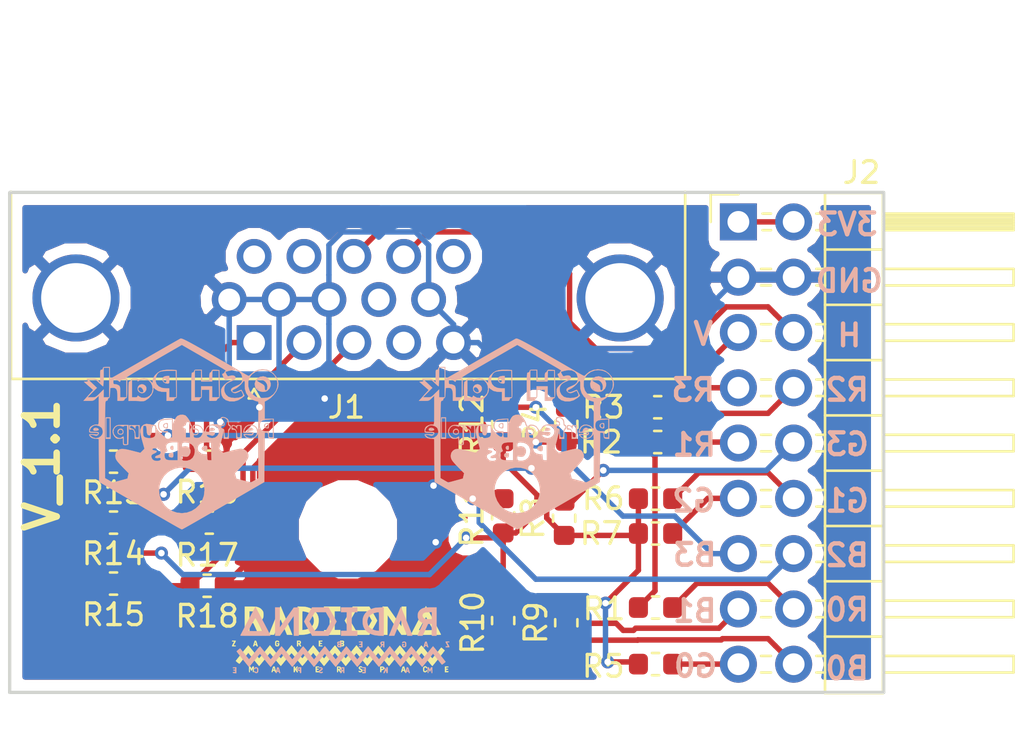
<source format=kicad_pcb>
(kicad_pcb (version 20171130) (host pcbnew 5.0.2+dfsg1-1)
  (layers (0 F.Cu signal) (31 B.Cu signal) (34 B.Paste user) (35 F.Paste user) (36 B.SilkS user) (37 F.SilkS user) (38 B.Mask user) (39 F.Mask user) (44 Edge.Cuts user))
  (net 0 "")
  (net 1 RED)
  (net 2 GREEN)
  (net 3 BLUE)
  (net 4 GND)
  (net 5 HSYNC)
  (net 6 VSYNC)
  (net 7 +3V3)
  (net 8 B3)
  (net 9 B2)
  (net 10 B1)
  (net 11 B0)
  (net 12 G3)
  (net 13 G2)
  (net 14 G1)
  (net 15 G0)
  (net 16 R3)
  (net 17 R2)
  (net 18 R1)
  (net 19 R0)
  (net 20 "Net-(R1-Pad1)")
  (net 21 "Net-(R14-Pad2)")
  (net 22 "Net-(R10-Pad1)")
  (module parts:OSH_10x10 (layer B.Cu) (at 126.38 51.92 180)
    (fp_text reference G*** hide)
    (fp_text value LOGO hide)
  )
  (module parts:radiona-12mm (layer F.Cu) (at 118.31 61.15)
    (fp_text reference G*** hide)
    (fp_text value LOGO hide)
  )
  (module Connector_Dsub:DSUB-15-HD_Female_Horizontal_P2.29x1.98mm_EdgePinOffset3.03mm_Housed_MountingHolesOffset4.94mm (layer F.Cu) (at 114.36 47.53 180)
    (fp_text reference J1 (at -4.24 -2.97 180) (layer F.SilkS))
    (fp_text value DB15_Female_HighDensity)
    (pad 1 thru_hole rect (at 0 0 180) (size 1.6 1.6) (drill 1) (layers *.Cu *.Mask) (net 1 RED))
    (pad 2 thru_hole circle (at -2.29 0 180) (size 1.6 1.6) (drill 1) (layers *.Cu *.Mask) (net 2 GREEN))
    (pad 3 thru_hole circle (at -4.58 0 180) (size 1.6 1.6) (drill 1) (layers *.Cu *.Mask) (net 3 BLUE))
    (pad 4 thru_hole circle (at -6.87 0 180) (size 1.6 1.6) (drill 1) (layers *.Cu *.Mask))
    (pad 5 thru_hole circle (at -9.16 0 180) (size 1.6 1.6) (drill 1) (layers *.Cu *.Mask) (net 4 GND))
    (pad 6 thru_hole circle (at 1.145 1.98 180) (size 1.6 1.6) (drill 1) (layers *.Cu *.Mask) (net 4 GND))
    (pad 7 thru_hole circle (at -1.145 1.98 180) (size 1.6 1.6) (drill 1) (layers *.Cu *.Mask) (net 4 GND))
    (pad 8 thru_hole circle (at -3.435 1.98 180) (size 1.6 1.6) (drill 1) (layers *.Cu *.Mask) (net 4 GND))
    (pad 9 thru_hole circle (at -5.725 1.98 180) (size 1.6 1.6) (drill 1) (layers *.Cu *.Mask))
    (pad 10 thru_hole circle (at -8.015 1.98 180) (size 1.6 1.6) (drill 1) (layers *.Cu *.Mask) (net 4 GND))
    (pad 11 thru_hole circle (at 0 3.96 180) (size 1.6 1.6) (drill 1) (layers *.Cu *.Mask))
    (pad 12 thru_hole circle (at -2.29 3.96 180) (size 1.6 1.6) (drill 1) (layers *.Cu *.Mask))
    (pad 13 thru_hole circle (at -4.58 3.96 180) (size 1.6 1.6) (drill 1) (layers *.Cu *.Mask) (net 5 HSYNC))
    (pad 14 thru_hole circle (at -6.87 3.96 180) (size 1.6 1.6) (drill 1) (layers *.Cu *.Mask) (net 6 VSYNC))
    (pad 15 thru_hole circle (at -9.16 3.96 180) (size 1.6 1.6) (drill 1) (layers *.Cu *.Mask))
    (pad 0 thru_hole circle (at -16.815 2.05 180) (size 4 4) (drill 3.2) (layers *.Cu *.Mask) (net 4 GND))
    (pad 0 thru_hole circle (at 8.185 2.05 180) (size 4 4) (drill 3.2) (layers *.Cu *.Mask) (net 4 GND))
  )
  (module Connector_PinHeader_2.54mm:PinHeader_2x09_P2.54mm_Horizontal (layer F.Cu) (at 136.605001 41.985001)
    (fp_text reference J2 (at 5.655 -2.27) (layer F.SilkS))
    (fp_text value VGA_PMOD)
    (pad 1 thru_hole rect (at 0 0) (size 1.7 1.7) (drill 1) (layers *.Cu *.Mask) (net 7 +3V3))
    (pad 2 thru_hole oval (at 2.54 0) (size 1.7 1.7) (drill 1) (layers *.Cu *.Mask) (net 7 +3V3))
    (pad 3 thru_hole oval (at 0 2.54) (size 1.7 1.7) (drill 1) (layers *.Cu *.Mask) (net 4 GND))
    (pad 4 thru_hole oval (at 2.54 2.54) (size 1.7 1.7) (drill 1) (layers *.Cu *.Mask) (net 4 GND))
    (pad 5 thru_hole oval (at 0 5.08) (size 1.7 1.7) (drill 1) (layers *.Cu *.Mask) (net 6 VSYNC))
    (pad 6 thru_hole oval (at 2.54 5.08) (size 1.7 1.7) (drill 1) (layers *.Cu *.Mask) (net 5 HSYNC))
    (pad 7 thru_hole oval (at 0 7.62) (size 1.7 1.7) (drill 1) (layers *.Cu *.Mask) (net 16 R3))
    (pad 8 thru_hole oval (at 2.54 7.62) (size 1.7 1.7) (drill 1) (layers *.Cu *.Mask) (net 17 R2))
    (pad 9 thru_hole oval (at 0 10.16) (size 1.7 1.7) (drill 1) (layers *.Cu *.Mask) (net 18 R1))
    (pad 10 thru_hole oval (at 2.54 10.16) (size 1.7 1.7) (drill 1) (layers *.Cu *.Mask) (net 12 G3))
    (pad 11 thru_hole oval (at 0 12.7) (size 1.7 1.7) (drill 1) (layers *.Cu *.Mask) (net 13 G2))
    (pad 12 thru_hole oval (at 2.54 12.7) (size 1.7 1.7) (drill 1) (layers *.Cu *.Mask) (net 14 G1))
    (pad 13 thru_hole oval (at 0 15.24) (size 1.7 1.7) (drill 1) (layers *.Cu *.Mask) (net 8 B3))
    (pad 14 thru_hole oval (at 2.54 15.24) (size 1.7 1.7) (drill 1) (layers *.Cu *.Mask) (net 9 B2))
    (pad 15 thru_hole oval (at 0 17.78) (size 1.7 1.7) (drill 1) (layers *.Cu *.Mask) (net 10 B1))
    (pad 16 thru_hole oval (at 2.54 17.78) (size 1.7 1.7) (drill 1) (layers *.Cu *.Mask) (net 19 R0))
    (pad 17 thru_hole oval (at 0 20.32) (size 1.7 1.7) (drill 1) (layers *.Cu *.Mask) (net 15 G0))
    (pad 18 thru_hole oval (at 2.54 20.32) (size 1.7 1.7) (drill 1) (layers *.Cu *.Mask) (net 11 B0))
  )
  (module Resistor_SMD:R_0603_1608Metric (layer F.Cu) (at 132.8 59.7)
    (fp_text reference R1 (at -2.37 0.06) (layer F.SilkS))
    (fp_text value 1K1)
    (pad 2 smd roundrect (at 0.7875 0) (size 0.875 0.95) (layers F.Cu F.Paste F.Mask) (net 19 R0))
    (pad 1 smd roundrect (at -0.7875 0) (size 0.875 0.95) (layers F.Cu F.Paste F.Mask) (net 20 "Net-(R1-Pad1)"))
  )
  (module Resistor_SMD:R_0603_1608Metric (layer F.Cu) (at 132.9 52.1)
    (fp_text reference R2 (at -2.6 0) (layer F.SilkS))
    (fp_text value 549R)
    (pad 1 smd roundrect (at -0.7875 0) (size 0.875 0.95) (layers F.Cu F.Paste F.Mask) (net 20 "Net-(R1-Pad1)"))
    (pad 2 smd roundrect (at 0.7875 0) (size 0.875 0.95) (layers F.Cu F.Paste F.Mask) (net 18 R1))
  )
  (module Resistor_SMD:R_0603_1608Metric (layer F.Cu) (at 132.9 50.5)
    (fp_text reference R3 (at -2.5 0) (layer F.SilkS))
    (fp_text value 270R)
    (pad 2 smd roundrect (at 0.7875 0) (size 0.875 0.95) (layers F.Cu F.Paste F.Mask) (net 17 R2))
    (pad 1 smd roundrect (at -0.7875 0) (size 0.875 0.95) (layers F.Cu F.Paste F.Mask) (net 20 "Net-(R1-Pad1)"))
  )
  (module Resistor_SMD:R_0603_1608Metric (layer F.Cu) (at 128.7 51.2875 90)
    (fp_text reference R4 (at 0 -1.43 90) (layer F.SilkS))
    (fp_text value 130R)
    (pad 1 smd roundrect (at -0.7875 0 90) (size 0.875 0.95) (layers F.Cu F.Paste F.Mask) (net 20 "Net-(R1-Pad1)"))
    (pad 2 smd roundrect (at 0.7875 0 90) (size 0.875 0.95) (layers F.Cu F.Paste F.Mask) (net 16 R3))
  )
  (module Resistor_SMD:R_0603_1608Metric (layer F.Cu) (at 132.8 62.3)
    (fp_text reference R5 (at -2.4 0.1) (layer F.SilkS))
    (fp_text value 1K1)
    (pad 2 smd roundrect (at 0.7875 0) (size 0.875 0.95) (layers F.Cu F.Paste F.Mask) (net 15 G0))
    (pad 1 smd roundrect (at -0.7875 0) (size 0.875 0.95) (layers F.Cu F.Paste F.Mask) (net 21 "Net-(R14-Pad2)"))
  )
  (module Resistor_SMD:R_0603_1608Metric (layer F.Cu) (at 132.8 54.7)
    (fp_text reference R6 (at -2.4 0) (layer F.SilkS))
    (fp_text value 549R)
    (pad 1 smd roundrect (at -0.7875 0) (size 0.875 0.95) (layers F.Cu F.Paste F.Mask) (net 21 "Net-(R14-Pad2)"))
    (pad 2 smd roundrect (at 0.7875 0) (size 0.875 0.95) (layers F.Cu F.Paste F.Mask) (net 14 G1))
  )
  (module Resistor_SMD:R_0603_1608Metric (layer F.Cu) (at 132.8 56.3)
    (fp_text reference R7 (at -2.5 0) (layer F.SilkS))
    (fp_text value 270R)
    (pad 2 smd roundrect (at 0.7875 0) (size 0.875 0.95) (layers F.Cu F.Paste F.Mask) (net 13 G2))
    (pad 1 smd roundrect (at -0.7875 0) (size 0.875 0.95) (layers F.Cu F.Paste F.Mask) (net 21 "Net-(R14-Pad2)"))
  )
  (module Resistor_SMD:R_0603_1608Metric (layer F.Cu) (at 128.6 55.6 90)
    (fp_text reference R8 (at 0 -1.43 90) (layer F.SilkS))
    (fp_text value 130R)
    (pad 1 smd roundrect (at -0.7875 0 90) (size 0.875 0.95) (layers F.Cu F.Paste F.Mask) (net 21 "Net-(R14-Pad2)"))
    (pad 2 smd roundrect (at 0.7875 0 90) (size 0.875 0.95) (layers F.Cu F.Paste F.Mask) (net 12 G3))
  )
  (module Resistor_SMD:R_0603_1608Metric (layer F.Cu) (at 128.7 60.4 270)
    (fp_text reference R9 (at 0 1.4 270) (layer F.SilkS))
    (fp_text value 1K1)
    (pad 1 smd roundrect (at -0.7875 0 270) (size 0.875 0.95) (layers F.Cu F.Paste F.Mask) (net 22 "Net-(R10-Pad1)"))
    (pad 2 smd roundrect (at 0.7875 0 270) (size 0.875 0.95) (layers F.Cu F.Paste F.Mask) (net 11 B0))
  )
  (module Resistor_SMD:R_0603_1608Metric (layer F.Cu) (at 125.8 60.3 270)
    (fp_text reference R10 (at 0.1 1.4 270) (layer F.SilkS))
    (fp_text value 549R)
    (pad 2 smd roundrect (at 0.7875 0 270) (size 0.875 0.95) (layers F.Cu F.Paste F.Mask) (net 10 B1))
    (pad 1 smd roundrect (at -0.7875 0 270) (size 0.875 0.95) (layers F.Cu F.Paste F.Mask) (net 22 "Net-(R10-Pad1)"))
  )
  (module Resistor_SMD:R_0603_1608Metric (layer F.Cu) (at 125.8 55.4875 90)
    (fp_text reference R11 (at 0 -1.43 90) (layer F.SilkS))
    (fp_text value 270R)
    (pad 1 smd roundrect (at -0.7875 0 90) (size 0.875 0.95) (layers F.Cu F.Paste F.Mask) (net 22 "Net-(R10-Pad1)"))
    (pad 2 smd roundrect (at 0.7875 0 90) (size 0.875 0.95) (layers F.Cu F.Paste F.Mask) (net 9 B2))
  )
  (module Resistor_SMD:R_0603_1608Metric (layer F.Cu) (at 125.8 51.3 90)
    (fp_text reference R12 (at 0 -1.43 90) (layer F.SilkS))
    (fp_text value 130R)
    (pad 2 smd roundrect (at 0.7875 0 90) (size 0.875 0.95) (layers F.Cu F.Paste F.Mask) (net 8 B3))
    (pad 1 smd roundrect (at -0.7875 0 90) (size 0.875 0.95) (layers F.Cu F.Paste F.Mask) (net 22 "Net-(R10-Pad1)"))
  )
  (module Resistor_SMD:R_0603_1608Metric (layer F.Cu) (at 107.9 53 180)
    (fp_text reference R13 (at 0 -1.43 180) (layer F.SilkS))
    (fp_text value 330R)
    (pad 1 smd roundrect (at -0.7875 0 180) (size 0.875 0.95) (layers F.Cu F.Paste F.Mask) (net 1 RED))
    (pad 2 smd roundrect (at 0.7875 0 180) (size 0.875 0.95) (layers F.Cu F.Paste F.Mask) (net 20 "Net-(R1-Pad1)"))
  )
  (module Resistor_SMD:R_0603_1608Metric (layer F.Cu) (at 107.9 55.8 180)
    (fp_text reference R14 (at 0 -1.43 180) (layer F.SilkS))
    (fp_text value 330R)
    (pad 1 smd roundrect (at -0.7875 0 180) (size 0.875 0.95) (layers F.Cu F.Paste F.Mask) (net 2 GREEN))
    (pad 2 smd roundrect (at 0.7875 0 180) (size 0.875 0.95) (layers F.Cu F.Paste F.Mask) (net 21 "Net-(R14-Pad2)"))
  )
  (module Resistor_SMD:R_0603_1608Metric (layer F.Cu) (at 107.9 58.6 180)
    (fp_text reference R15 (at 0 -1.43 180) (layer F.SilkS))
    (fp_text value 330R)
    (pad 1 smd roundrect (at -0.7875 0 180) (size 0.875 0.95) (layers F.Cu F.Paste F.Mask) (net 3 BLUE))
    (pad 2 smd roundrect (at 0.7875 0 180) (size 0.875 0.95) (layers F.Cu F.Paste F.Mask) (net 22 "Net-(R10-Pad1)"))
  )
  (module Resistor_SMD:R_0603_1608Metric (layer F.Cu) (at 112.3 53)
    (fp_text reference R16 (at -0.1 1.4) (layer F.SilkS))
    (fp_text value 91R)
    (pad 2 smd roundrect (at 0.7875 0) (size 0.875 0.95) (layers F.Cu F.Paste F.Mask) (net 4 GND))
    (pad 1 smd roundrect (at -0.7875 0) (size 0.875 0.95) (layers F.Cu F.Paste F.Mask) (net 1 RED))
  )
  (module Resistor_SMD:R_0603_1608Metric (layer F.Cu) (at 112.3 55.8)
    (fp_text reference R17 (at -0.1 1.5) (layer F.SilkS))
    (fp_text value 91R)
    (pad 2 smd roundrect (at 0.7875 0) (size 0.875 0.95) (layers F.Cu F.Paste F.Mask) (net 4 GND))
    (pad 1 smd roundrect (at -0.7875 0) (size 0.875 0.95) (layers F.Cu F.Paste F.Mask) (net 2 GREEN))
  )
  (module Resistor_SMD:R_0603_1608Metric (layer F.Cu) (at 112.2 58.7)
    (fp_text reference R18 (at 0 1.4) (layer F.SilkS))
    (fp_text value 91R)
    (pad 2 smd roundrect (at 0.7875 0) (size 0.875 0.95) (layers F.Cu F.Paste F.Mask) (net 4 GND))
    (pad 1 smd roundrect (at -0.7875 0) (size 0.875 0.95) (layers F.Cu F.Paste F.Mask) (net 3 BLUE))
  )
  (module MountingHole:MountingHole_3.5mm (layer F.Cu) (at 118.67 56.11)
    (fp_text reference H1 hide)
    (fp_text value MountingHole hide)
    (pad 1 np_thru_hole circle (at 0 0) (size 3.5 3.5) (drill 3.5) (layers *.Cu *.Mask))
  )
  (module parts:OSH_10x10 (layer B.Cu) (at 110.97 51.92 180)
    (fp_text reference G*** hide)
    (fp_text value LOGO hide)
  )
  (module parts:radiona-12mm (layer B.Cu) (at 118.36 61.19 180)
    (fp_text reference G*** hide)
    (fp_text value LOGO hide)
  )
  (gr_text V_1.1 (at 104.61 53.16 90) (layer F.SilkS) (effects (font (size 1.5 1.5) (thickness 0.3))))
  (gr_text G0 (at 134.64 62.39) (layer B.SilkS) (effects (font (size 1 1) (thickness 0.2)) (justify mirror)))
  (gr_text B1 (at 134.6 59.86) (layer B.SilkS) (effects (font (size 1 1) (thickness 0.2)) (justify mirror)))
  (gr_text B3 (at 134.6 57.28) (layer B.SilkS) (effects (font (size 1 1) (thickness 0.2)) (justify mirror)))
  (gr_text G2 (at 134.56 54.79) (layer B.SilkS) (effects (font (size 1 1) (thickness 0.2)) (justify mirror)))
  (gr_text R1 (at 134.58 52.23) (layer B.SilkS) (effects (font (size 1 1) (thickness 0.2)) (justify mirror)))
  (gr_text R3 (at 134.53 49.71) (layer B.SilkS) (effects (font (size 1 1) (thickness 0.2)) (justify mirror)))
  (gr_text V (at 134.99 47.13) (layer B.SilkS) (effects (font (size 1 1) (thickness 0.2)) (justify mirror)))
  (gr_text B0 (at 141.6 62.5) (layer B.SilkS) (effects (font (size 1 1) (thickness 0.2)) (justify mirror)))
  (gr_text R0 (at 141.6 59.8) (layer B.SilkS) (effects (font (size 1 1) (thickness 0.2)) (justify mirror)))
  (gr_text B2 (at 141.6 57.3) (layer B.SilkS) (effects (font (size 1 1) (thickness 0.2)) (justify mirror)))
  (gr_text G1 (at 141.6 54.8) (layer B.SilkS) (effects (font (size 1 1) (thickness 0.2)) (justify mirror)))
  (gr_text G3 (at 141.6 52.2) (layer B.SilkS) (effects (font (size 1 1) (thickness 0.2)) (justify mirror)))
  (gr_text R2 (at 141.6 49.7) (layer B.SilkS) (effects (font (size 1 1) (thickness 0.2)) (justify mirror)))
  (gr_text H (at 141.7 47.2) (layer B.SilkS) (effects (font (size 1 1) (thickness 0.2)) (justify mirror)))
  (gr_text GND (at 141.7 44.7) (layer B.SilkS) (effects (font (size 1 1) (thickness 0.2)) (justify mirror)))
  (gr_text 3V3 (at 141.6 42.1) (layer B.SilkS) (effects (font (size 1 1) (thickness 0.2)) (justify mirror)))
  (gr_line (start 103.19 40.63) (end 103.13 40.69) (layer Edge.Cuts) (width 0.15))
  (gr_line (start 103.13 63.6) (end 103.13 40.65) (layer Edge.Cuts) (width 0.15))
  (gr_line (start 143.28 63.6) (end 103.13 63.6) (layer Edge.Cuts) (width 0.15))
  (gr_line (start 143.28 40.63) (end 143.28 63.6) (layer Edge.Cuts) (width 0.15))
  (gr_line (start 143.24 40.63) (end 103.14 40.63) (layer Edge.Cuts) (width 0.15))
  (segment (start 110.975 53) (end 108.6875 53) (width 0.25) (layer F.Cu) (net 1))
  (segment (start 111.5125 53) (end 110.975 53) (width 0.25) (layer F.Cu) (net 1))
  (segment (start 111.5125 49.3275) (end 111.5125 52.425) (width 0.25) (layer F.Cu) (net 1))
  (segment (start 113.31 47.53) (end 111.5125 49.3275) (width 0.25) (layer F.Cu) (net 1))
  (segment (start 114.36 47.53) (end 113.31 47.53) (width 0.25) (layer F.Cu) (net 1))
  (segment (start 111.5125 52.425) (end 111.5125 53) (width 0.25) (layer F.Cu) (net 1))
  (segment (start 110.975 55.8) (end 108.6875 55.8) (width 0.25) (layer F.Cu) (net 2))
  (segment (start 111.5125 55.8) (end 110.975 55.8) (width 0.25) (layer F.Cu) (net 2))
  (segment (start 112.499999 50.549989) (end 112.174999 50.874989) (width 0.25) (layer F.Cu) (net 2))
  (segment (start 112.174999 52.368525) (end 112.32499 52.518516) (width 0.25) (layer F.Cu) (net 2))
  (segment (start 112.32499 52.518516) (end 112.32499 54.98751) (width 0.25) (layer F.Cu) (net 2))
  (segment (start 111.974112 55.338388) (end 111.5125 55.8) (width 0.25) (layer F.Cu) (net 2))
  (segment (start 112.32499 54.98751) (end 111.974112 55.338388) (width 0.25) (layer F.Cu) (net 2))
  (segment (start 112.174999 50.874989) (end 112.174999 52.368525) (width 0.25) (layer F.Cu) (net 2))
  (segment (start 113.630011 50.549989) (end 112.499999 50.549989) (width 0.25) (layer F.Cu) (net 2))
  (segment (start 116.65 47.53) (end 113.630011 50.549989) (width 0.25) (layer F.Cu) (net 2))
  (segment (start 108.7875 58.7) (end 108.6875 58.6) (width 0.25) (layer F.Cu) (net 3))
  (segment (start 111.4125 58.7) (end 108.7875 58.7) (width 0.25) (layer F.Cu) (net 3))
  (segment (start 113.85001 56.281484) (end 111.893106 58.238388) (width 0.25) (layer F.Cu) (net 3))
  (segment (start 111.874112 58.238388) (end 111.4125 58.7) (width 0.25) (layer F.Cu) (net 3))
  (segment (start 113.85001 52.61999) (end 113.85001 56.281484) (width 0.25) (layer F.Cu) (net 3))
  (segment (start 118.94 47.53) (end 113.85001 52.61999) (width 0.25) (layer F.Cu) (net 3))
  (segment (start 111.893106 58.238388) (end 111.874112 58.238388) (width 0.25) (layer F.Cu) (net 3))
  (segment (start 137.94292 44.525001) (end 136.605001 44.525001) (width 0.25) (layer B.Cu) (net 4))
  (segment (start 139.145001 44.525001) (end 137.94292 44.525001) (width 0.25) (layer B.Cu) (net 4))
  (segment (start 135.755002 45.375) (end 136.605001 44.525001) (width 0.25) (layer B.Cu) (net 4))
  (segment (start 124.65137 47.53) (end 124.926371 47.805001) (width 0.25) (layer B.Cu) (net 4))
  (segment (start 133.325001 47.805001) (end 135.755002 45.375) (width 0.25) (layer B.Cu) (net 4))
  (segment (start 124.926371 47.805001) (end 133.325001 47.805001) (width 0.25) (layer B.Cu) (net 4))
  (segment (start 123.52 47.53) (end 124.65137 47.53) (width 0.25) (layer B.Cu) (net 4))
  (segment (start 123.52 46.695) (end 122.375 45.55) (width 0.25) (layer B.Cu) (net 4))
  (segment (start 123.52 47.53) (end 123.52 46.695) (width 0.25) (layer B.Cu) (net 4))
  (segment (start 117.795 44.41863) (end 117.795 45.55) (width 0.25) (layer B.Cu) (net 4))
  (segment (start 117.795 43.049998) (end 117.795 44.41863) (width 0.25) (layer B.Cu) (net 4))
  (segment (start 118.399999 42.444999) (end 117.795 43.049998) (width 0.25) (layer B.Cu) (net 4))
  (segment (start 121.770001 42.444999) (end 118.399999 42.444999) (width 0.25) (layer B.Cu) (net 4))
  (segment (start 122.375 43.049998) (end 121.770001 42.444999) (width 0.25) (layer B.Cu) (net 4))
  (segment (start 122.375 45.55) (end 122.375 43.049998) (width 0.25) (layer B.Cu) (net 4))
  (segment (start 117.795 45.55) (end 115.505 45.55) (width 0.25) (layer B.Cu) (net 4))
  (segment (start 115.505 45.55) (end 113.215 45.55) (width 0.25) (layer B.Cu) (net 4))
  (via (at 114.6 50.5) (size 0.6) (drill 0.3) (layers F.Cu B.Cu) (net 4))
  (segment (start 113.0875 52.0125) (end 114.6 50.5) (width 0.25) (layer F.Cu) (net 4))
  (segment (start 113.0875 55.8) (end 113.0875 52.0125) (width 0.25) (layer F.Cu) (net 4))
  (segment (start 115.505 49.595) (end 115.505 45.55) (width 0.25) (layer B.Cu) (net 4))
  (segment (start 114.6 50.5) (end 115.505 49.595) (width 0.25) (layer B.Cu) (net 4))
  (segment (start 114.300021 57.387479) (end 114.300021 53.299979) (width 0.25) (layer F.Cu) (net 4))
  (segment (start 112.9875 58.7) (end 114.300021 57.387479) (width 0.25) (layer F.Cu) (net 4))
  (via (at 117.6 50.1) (size 0.6) (drill 0.3) (layers F.Cu B.Cu) (net 4))
  (segment (start 114.300021 53.299979) (end 117.5 50.1) (width 0.25) (layer F.Cu) (net 4))
  (segment (start 117.5 50.1) (end 117.6 50.1) (width 0.25) (layer F.Cu) (net 4))
  (segment (start 117.795 46.68137) (end 117.795 45.55) (width 0.25) (layer B.Cu) (net 4))
  (segment (start 117.795 49.480736) (end 117.795 46.68137) (width 0.25) (layer B.Cu) (net 4))
  (segment (start 117.6 49.675736) (end 117.795 49.480736) (width 0.25) (layer B.Cu) (net 4))
  (segment (start 117.6 50.1) (end 117.6 49.675736) (width 0.25) (layer B.Cu) (net 4))
  (segment (start 113.0875 53) (end 113.0875 51.46249) (width 0.25) (layer F.Cu) (net 4))
  (via (at 112.8 51.17499) (size 0.6) (drill 0.3) (layers F.Cu B.Cu) (net 4))
  (segment (start 113.215 45.55) (end 113.215 50.75999) (width 0.25) (layer B.Cu) (net 4))
  (segment (start 113.099999 50.874991) (end 112.8 51.17499) (width 0.25) (layer B.Cu) (net 4))
  (segment (start 113.0875 51.46249) (end 112.8 51.17499) (width 0.25) (layer F.Cu) (net 4))
  (segment (start 113.215 50.75999) (end 113.099999 50.874991) (width 0.25) (layer B.Cu) (net 4))
  (via (at 122.6 54.1) (size 0.6) (drill 0.3) (layers F.Cu B.Cu) (net 4))
  (via (at 122.7 56.7) (size 0.6) (drill 0.3) (layers F.Cu B.Cu) (net 4))
  (segment (start 138.295002 46.215002) (end 139.145001 47.065001) (width 0.25) (layer F.Cu) (net 5))
  (segment (start 137.97 45.89) (end 138.295002 46.215002) (width 0.25) (layer F.Cu) (net 5))
  (segment (start 136.041 45.89) (end 137.97 45.89) (width 0.25) (layer F.Cu) (net 5))
  (segment (start 134.125999 47.805001) (end 136.041 45.89) (width 0.25) (layer F.Cu) (net 5))
  (segment (start 130.058999 47.805001) (end 134.125999 47.805001) (width 0.25) (layer F.Cu) (net 5))
  (segment (start 128.849999 46.596001) (end 130.058999 47.805001) (width 0.25) (layer F.Cu) (net 5))
  (segment (start 128.849999 44.363999) (end 128.849999 46.596001) (width 0.25) (layer F.Cu) (net 5))
  (segment (start 126.186 41.7) (end 128.849999 44.363999) (width 0.25) (layer F.Cu) (net 5))
  (segment (start 120.81 41.7) (end 126.186 41.7) (width 0.25) (layer F.Cu) (net 5))
  (segment (start 118.94 43.57) (end 120.81 41.7) (width 0.25) (layer F.Cu) (net 5))
  (segment (start 122.355001 42.444999) (end 124.698997 42.444999) (width 0.25) (layer F.Cu) (net 6))
  (segment (start 121.23 43.57) (end 122.355001 42.444999) (width 0.25) (layer F.Cu) (net 6))
  (segment (start 124.698997 42.444999) (end 128.399988 46.14599) (width 0.25) (layer F.Cu) (net 6))
  (segment (start 128.399988 46.14599) (end 128.399988 46.782401) (width 0.25) (layer F.Cu) (net 6))
  (segment (start 135.41499 48.255012) (end 135.755002 47.915) (width 0.25) (layer F.Cu) (net 6))
  (segment (start 129.872599 48.255012) (end 135.41499 48.255012) (width 0.25) (layer F.Cu) (net 6))
  (segment (start 135.755002 47.915) (end 136.605001 47.065001) (width 0.25) (layer F.Cu) (net 6))
  (segment (start 128.399988 46.782401) (end 129.872599 48.255012) (width 0.25) (layer F.Cu) (net 6))
  (segment (start 139.145001 41.985001) (end 136.605001 41.985001) (width 0.25) (layer F.Cu) (net 7))
  (segment (start 135.40292 57.225001) (end 133.677919 55.5) (width 0.25) (layer B.Cu) (net 8))
  (segment (start 136.605001 57.225001) (end 135.40292 57.225001) (width 0.25) (layer B.Cu) (net 8))
  (segment (start 133.677919 55.5) (end 131.3 55.5) (width 0.25) (layer B.Cu) (net 8))
  (segment (start 131.3 55.5) (end 128.6 52.8) (width 0.25) (layer B.Cu) (net 8))
  (via (at 127.3 50.5) (size 0.6) (drill 0.3) (layers F.Cu B.Cu) (net 8))
  (segment (start 128.6 52.8) (end 128.6 51.8) (width 0.25) (layer B.Cu) (net 8))
  (segment (start 128.6 51.8) (end 127.3 50.5) (width 0.25) (layer B.Cu) (net 8))
  (segment (start 125.8125 50.5) (end 125.8 50.5125) (width 0.25) (layer F.Cu) (net 8))
  (segment (start 127.3 50.5) (end 125.8125 50.5) (width 0.25) (layer F.Cu) (net 8))
  (via (at 124.4 54.7) (size 0.6) (drill 0.3) (layers F.Cu B.Cu) (net 9))
  (segment (start 125.8 54.7) (end 124.4 54.7) (width 0.25) (layer F.Cu) (net 9))
  (segment (start 124.699999 54.999999) (end 124.699999 55.799999) (width 0.25) (layer B.Cu) (net 9))
  (segment (start 124.4 54.7) (end 124.699999 54.999999) (width 0.25) (layer B.Cu) (net 9))
  (segment (start 138.295002 58.075) (end 139.145001 57.225001) (width 0.25) (layer B.Cu) (net 9))
  (segment (start 137.97 58.400002) (end 138.295002 58.075) (width 0.25) (layer B.Cu) (net 9))
  (segment (start 127.300002 58.400002) (end 137.97 58.400002) (width 0.25) (layer B.Cu) (net 9))
  (segment (start 124.699999 55.799999) (end 127.300002 58.400002) (width 0.25) (layer B.Cu) (net 9))
  (segment (start 126.46251 60.42499) (end 130.98858 60.42499) (width 0.25) (layer F.Cu) (net 10))
  (segment (start 131.313599 60.750009) (end 131.786401 60.750009) (width 0.25) (layer F.Cu) (net 10))
  (segment (start 131.786401 60.750009) (end 131.886401 60.650009) (width 0.25) (layer F.Cu) (net 10))
  (segment (start 131.886401 60.650009) (end 135.719993 60.650009) (width 0.25) (layer F.Cu) (net 10))
  (segment (start 135.719993 60.650009) (end 135.755002 60.615) (width 0.25) (layer F.Cu) (net 10))
  (segment (start 135.755002 60.615) (end 136.605001 59.765001) (width 0.25) (layer F.Cu) (net 10))
  (segment (start 125.8 61.0875) (end 126.46251 60.42499) (width 0.25) (layer F.Cu) (net 10))
  (segment (start 130.98858 60.42499) (end 131.313599 60.750009) (width 0.25) (layer F.Cu) (net 10))
  (segment (start 128.7 61.1875) (end 129.275 61.1875) (width 0.25) (layer F.Cu) (net 11))
  (segment (start 135.818913 61.1875) (end 135.876413 61.13) (width 0.25) (layer F.Cu) (net 11))
  (segment (start 135.876413 61.13) (end 137.97 61.13) (width 0.25) (layer F.Cu) (net 11))
  (segment (start 138.295002 61.455002) (end 139.145001 62.305001) (width 0.25) (layer F.Cu) (net 11))
  (segment (start 131.985321 61.1875) (end 135.818913 61.1875) (width 0.25) (layer F.Cu) (net 11))
  (segment (start 137.97 61.13) (end 138.295002 61.455002) (width 0.25) (layer F.Cu) (net 11))
  (segment (start 131.972801 61.20002) (end 131.985321 61.1875) (width 0.25) (layer F.Cu) (net 11))
  (segment (start 129.275 61.1875) (end 129.28752 61.20002) (width 0.25) (layer F.Cu) (net 11))
  (segment (start 129.28752 61.20002) (end 131.972801 61.20002) (width 0.25) (layer F.Cu) (net 11))
  (via (at 130.4 53.4) (size 0.6) (drill 0.3) (layers F.Cu B.Cu) (net 12))
  (segment (start 128.6 54.8125) (end 128.9875 54.8125) (width 0.25) (layer F.Cu) (net 12))
  (segment (start 128.9875 54.8125) (end 130.4 53.4) (width 0.25) (layer F.Cu) (net 12))
  (segment (start 137.890002 53.4) (end 139.145001 52.145001) (width 0.25) (layer B.Cu) (net 12))
  (segment (start 130.4 53.4) (end 137.890002 53.4) (width 0.25) (layer B.Cu) (net 12))
  (segment (start 135.202499 54.685001) (end 136.605001 54.685001) (width 0.25) (layer F.Cu) (net 13))
  (segment (start 133.5875 56.3) (end 135.202499 54.685001) (width 0.25) (layer F.Cu) (net 13))
  (segment (start 138.295002 53.835002) (end 139.145001 54.685001) (width 0.25) (layer F.Cu) (net 14))
  (segment (start 137.97 53.51) (end 138.295002 53.835002) (width 0.25) (layer F.Cu) (net 14))
  (segment (start 134.7775 53.51) (end 137.97 53.51) (width 0.25) (layer F.Cu) (net 14))
  (segment (start 133.5875 54.7) (end 134.7775 53.51) (width 0.25) (layer F.Cu) (net 14))
  (segment (start 136.6 62.3) (end 136.605001 62.305001) (width 0.25) (layer F.Cu) (net 15))
  (segment (start 133.5875 62.3) (end 136.6 62.3) (width 0.25) (layer F.Cu) (net 15))
  (segment (start 135.40292 49.605001) (end 136.605001 49.605001) (width 0.25) (layer F.Cu) (net 16))
  (segment (start 130.169999 49.605001) (end 135.40292 49.605001) (width 0.25) (layer F.Cu) (net 16))
  (segment (start 129.275 50.5) (end 130.169999 49.605001) (width 0.25) (layer F.Cu) (net 16))
  (segment (start 128.7 50.5) (end 129.275 50.5) (width 0.25) (layer F.Cu) (net 16))
  (segment (start 138.295002 50.455) (end 139.145001 49.605001) (width 0.25) (layer F.Cu) (net 17))
  (segment (start 134.505002 50.780002) (end 137.97 50.780002) (width 0.25) (layer F.Cu) (net 17))
  (segment (start 137.97 50.780002) (end 138.295002 50.455) (width 0.25) (layer F.Cu) (net 17))
  (segment (start 134.225 50.5) (end 134.505002 50.780002) (width 0.25) (layer F.Cu) (net 17))
  (segment (start 133.6875 50.5) (end 134.225 50.5) (width 0.25) (layer F.Cu) (net 17))
  (segment (start 136.56 52.1) (end 136.605001 52.145001) (width 0.25) (layer F.Cu) (net 18))
  (segment (start 133.6875 52.1) (end 136.56 52.1) (width 0.25) (layer F.Cu) (net 18))
  (segment (start 138.295002 58.915002) (end 139.145001 59.765001) (width 0.25) (layer F.Cu) (net 19))
  (segment (start 137.97 58.59) (end 138.295002 58.915002) (width 0.25) (layer F.Cu) (net 19))
  (segment (start 134.6975 58.59) (end 137.97 58.59) (width 0.25) (layer F.Cu) (net 19))
  (segment (start 133.5875 59.7) (end 134.6975 58.59) (width 0.25) (layer F.Cu) (net 19))
  (via (at 110.4 51.8) (size 0.6) (drill 0.3) (layers F.Cu B.Cu) (net 20))
  (segment (start 107.1125 53) (end 108.3125 51.8) (width 0.25) (layer F.Cu) (net 20))
  (segment (start 108.3125 51.8) (end 110.4 51.8) (width 0.25) (layer F.Cu) (net 20))
  (via (at 127.3 52.1) (size 0.6) (drill 0.3) (layers F.Cu B.Cu) (net 20))
  (segment (start 127 51.8) (end 127.3 52.1) (width 0.25) (layer B.Cu) (net 20))
  (segment (start 110.4 51.8) (end 127 51.8) (width 0.25) (layer B.Cu) (net 20))
  (segment (start 128.675 52.1) (end 128.7 52.075) (width 0.25) (layer F.Cu) (net 20))
  (segment (start 127.3 52.1) (end 128.675 52.1) (width 0.25) (layer F.Cu) (net 20))
  (segment (start 132.574112 52.561612) (end 132.1125 52.1) (width 0.25) (layer F.Cu) (net 20))
  (segment (start 132.77501 52.76251) (end 132.574112 52.561612) (width 0.25) (layer F.Cu) (net 20))
  (segment (start 132.77501 58.93749) (end 132.77501 52.76251) (width 0.25) (layer F.Cu) (net 20))
  (segment (start 132.0125 59.7) (end 132.77501 58.93749) (width 0.25) (layer F.Cu) (net 20))
  (segment (start 132.0875 52.075) (end 132.1125 52.1) (width 0.25) (layer F.Cu) (net 20))
  (segment (start 128.7 52.075) (end 132.0875 52.075) (width 0.25) (layer F.Cu) (net 20))
  (segment (start 132.1125 52.1) (end 132.1125 50.5) (width 0.25) (layer F.Cu) (net 20))
  (via (at 110.2 54.5) (size 0.6) (drill 0.3) (layers F.Cu B.Cu) (net 21))
  (segment (start 109.7 55) (end 110.2 54.5) (width 0.25) (layer F.Cu) (net 21))
  (segment (start 107.1125 55.8) (end 107.9125 55) (width 0.25) (layer F.Cu) (net 21))
  (segment (start 107.9125 55) (end 109.7 55) (width 0.25) (layer F.Cu) (net 21))
  (via (at 127.1 53.3) (size 0.6) (drill 0.3) (layers F.Cu B.Cu) (net 21))
  (segment (start 110.2 54.5) (end 111.4 53.3) (width 0.25) (layer B.Cu) (net 21))
  (segment (start 111.4 53.3) (end 127.1 53.3) (width 0.25) (layer B.Cu) (net 21))
  (segment (start 127.79999 53.99999) (end 127.79999 55.58749) (width 0.25) (layer F.Cu) (net 21))
  (segment (start 128.138388 55.925888) (end 128.6 56.3875) (width 0.25) (layer F.Cu) (net 21))
  (segment (start 127.1 53.3) (end 127.79999 53.99999) (width 0.25) (layer F.Cu) (net 21))
  (segment (start 127.79999 55.58749) (end 128.138388 55.925888) (width 0.25) (layer F.Cu) (net 21))
  (segment (start 131.925 56.3875) (end 132.0125 56.3) (width 0.25) (layer F.Cu) (net 21))
  (segment (start 128.6 56.3875) (end 131.925 56.3875) (width 0.25) (layer F.Cu) (net 21))
  (segment (start 132.0125 54.7) (end 132.0125 56.3) (width 0.25) (layer F.Cu) (net 21))
  (via (at 130.5 59.5) (size 0.6) (drill 0.3) (layers F.Cu B.Cu) (net 21))
  (segment (start 132.0125 56.3) (end 132.0125 57.9875) (width 0.25) (layer F.Cu) (net 21))
  (segment (start 132.0125 57.9875) (end 130.5 59.5) (width 0.25) (layer F.Cu) (net 21))
  (via (at 130.6 62.2) (size 0.6) (drill 0.3) (layers F.Cu B.Cu) (net 21))
  (segment (start 130.5 59.5) (end 130.5 62.1) (width 0.25) (layer B.Cu) (net 21))
  (segment (start 130.5 62.1) (end 130.6 62.2) (width 0.25) (layer B.Cu) (net 21))
  (segment (start 131.9125 62.2) (end 132.0125 62.3) (width 0.25) (layer F.Cu) (net 21))
  (segment (start 130.6 62.2) (end 131.9125 62.2) (width 0.25) (layer F.Cu) (net 21))
  (via (at 110.1 57.2) (size 0.6) (drill 0.3) (layers F.Cu B.Cu) (net 22))
  (segment (start 107.1125 58.6) (end 108.5125 57.2) (width 0.25) (layer F.Cu) (net 22))
  (segment (start 108.5125 57.2) (end 110.1 57.2) (width 0.25) (layer F.Cu) (net 22))
  (via (at 124.1 56.5) (size 0.6) (drill 0.3) (layers F.Cu B.Cu) (net 22))
  (segment (start 122.414999 58.185001) (end 124.1 56.5) (width 0.25) (layer B.Cu) (net 22))
  (segment (start 110.1 57.2) (end 111.085001 58.185001) (width 0.25) (layer B.Cu) (net 22))
  (segment (start 111.085001 58.185001) (end 122.414999 58.185001) (width 0.25) (layer B.Cu) (net 22))
  (segment (start 125.575 56.5) (end 125.8 56.275) (width 0.25) (layer F.Cu) (net 22))
  (segment (start 124.1 56.5) (end 125.575 56.5) (width 0.25) (layer F.Cu) (net 22))
  (segment (start 125.8 56.275) (end 125.8 59.5125) (width 0.25) (layer F.Cu) (net 22))
  (segment (start 128.6 59.5125) (end 128.7 59.6125) (width 0.25) (layer F.Cu) (net 22))
  (segment (start 125.8 59.5125) (end 128.6 59.5125) (width 0.25) (layer F.Cu) (net 22))
  (segment (start 127.349979 55.300021) (end 126.375 56.275) (width 0.25) (layer F.Cu) (net 22))
  (segment (start 127.349979 54.524975) (end 127.349979 55.300021) (width 0.25) (layer F.Cu) (net 22))
  (segment (start 125.8 52.974996) (end 127.349979 54.524975) (width 0.25) (layer F.Cu) (net 22))
  (segment (start 126.375 56.275) (end 125.8 56.275) (width 0.25) (layer F.Cu) (net 22))
  (segment (start 125.8 52.0875) (end 125.8 52.974996) (width 0.25) (layer F.Cu) (net 22))
  (zone (net 4) (net_name GND) (layer F.Cu) (connect_pads (clearance 0.508)) (min_thickness 0.254) (fill yes (arc_segments 16) (thermal_gap 0.508) (thermal_bridge_width 0.508))
    (polygon (pts (xy 103.2 40.6) (xy 143.3 40.6) (xy 143.3 63.6) (xy 103.1 63.6)))
  )
  (zone (net 4) (net_name GND) (layer B.Cu) (connect_pads (clearance 0.508)) (min_thickness 0.254) (fill yes (arc_segments 16) (thermal_gap 0.508) (thermal_bridge_width 0.508))
    (polygon (pts (xy 103.1 40.6) (xy 143.3 40.6) (xy 143.3 63.6) (xy 103.1 63.6)))
  )
)
</source>
